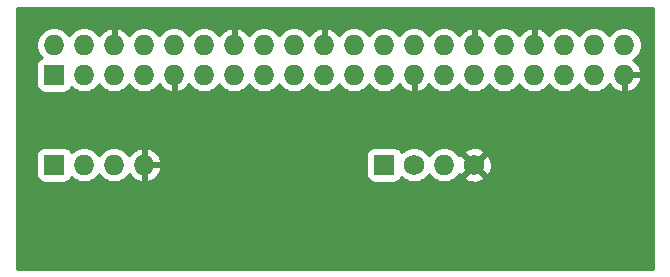
<source format=gbr>
%TF.GenerationSoftware,KiCad,Pcbnew,5.1.6+dfsg1-1~bpo10+1*%
%TF.CreationDate,2020-07-13T16:37:17+08:00*%
%TF.ProjectId,Pi-I2C,50692d49-3243-42e6-9b69-6361645f7063,rev?*%
%TF.SameCoordinates,Original*%
%TF.FileFunction,Copper,L2,Bot*%
%TF.FilePolarity,Positive*%
%FSLAX46Y46*%
G04 Gerber Fmt 4.6, Leading zero omitted, Abs format (unit mm)*
G04 Created by KiCad (PCBNEW 5.1.6+dfsg1-1~bpo10+1) date 2020-07-13 16:37:17*
%MOMM*%
%LPD*%
G01*
G04 APERTURE LIST*
%TA.AperFunction,ComponentPad*%
%ADD10R,1.727200X1.727200*%
%TD*%
%TA.AperFunction,ComponentPad*%
%ADD11C,1.727200*%
%TD*%
%TA.AperFunction,ComponentPad*%
%ADD12O,1.727200X1.727200*%
%TD*%
%TA.AperFunction,Conductor*%
%ADD13C,0.254000*%
%TD*%
G04 APERTURE END LIST*
D10*
%TO.P,P3,1*%
%TO.N,+5V*%
X179070000Y-85725000D03*
D11*
%TO.P,P3,2*%
%TO.N,/SDA1_5V*%
X181610000Y-85725000D03*
D12*
%TO.P,P3,3*%
%TO.N,/SCL1_5V*%
X184150000Y-85725000D03*
D11*
%TO.P,P3,4*%
%TO.N,GND*%
X186690000Y-85725000D03*
%TD*%
D12*
%TO.P,P1,2*%
%TO.N,+5V*%
X151130000Y-75565000D03*
D10*
%TO.P,P1,1*%
%TO.N,+3V3*%
X151130000Y-78105000D03*
D12*
%TO.P,P1,4*%
%TO.N,+5V*%
X153670000Y-75565000D03*
%TO.P,P1,3*%
%TO.N,/SDA1*%
X153670000Y-78105000D03*
%TO.P,P1,6*%
%TO.N,GND*%
X156210000Y-75565000D03*
%TO.P,P1,5*%
%TO.N,/SCL1*%
X156210000Y-78105000D03*
%TO.P,P1,8*%
%TO.N,Net-(P1-Pad8)*%
X158750000Y-75565000D03*
%TO.P,P1,7*%
%TO.N,Net-(P1-Pad7)*%
X158750000Y-78105000D03*
%TO.P,P1,10*%
%TO.N,Net-(P1-Pad10)*%
X161290000Y-75565000D03*
%TO.P,P1,9*%
%TO.N,GND*%
X161290000Y-78105000D03*
%TO.P,P1,12*%
%TO.N,Net-(P1-Pad12)*%
X163830000Y-75565000D03*
%TO.P,P1,11*%
%TO.N,Net-(P1-Pad11)*%
X163830000Y-78105000D03*
%TO.P,P1,14*%
%TO.N,GND*%
X166370000Y-75565000D03*
%TO.P,P1,13*%
%TO.N,Net-(P1-Pad13)*%
X166370000Y-78105000D03*
%TO.P,P1,16*%
%TO.N,Net-(P1-Pad16)*%
X168910000Y-75565000D03*
%TO.P,P1,15*%
%TO.N,Net-(P1-Pad15)*%
X168910000Y-78105000D03*
%TO.P,P1,18*%
%TO.N,Net-(P1-Pad18)*%
X171450000Y-75565000D03*
%TO.P,P1,17*%
%TO.N,+3V3*%
X171450000Y-78105000D03*
%TO.P,P1,20*%
%TO.N,GND*%
X173990000Y-75565000D03*
%TO.P,P1,19*%
%TO.N,Net-(P1-Pad19)*%
X173990000Y-78105000D03*
%TO.P,P1,22*%
%TO.N,Net-(P1-Pad22)*%
X176530000Y-75565000D03*
%TO.P,P1,21*%
%TO.N,Net-(P1-Pad21)*%
X176530000Y-78105000D03*
%TO.P,P1,24*%
%TO.N,Net-(P1-Pad24)*%
X179070000Y-75565000D03*
%TO.P,P1,23*%
%TO.N,Net-(P1-Pad23)*%
X179070000Y-78105000D03*
%TO.P,P1,26*%
%TO.N,Net-(P1-Pad26)*%
X181610000Y-75565000D03*
%TO.P,P1,25*%
%TO.N,GND*%
X181610000Y-78105000D03*
%TO.P,P1,28*%
%TO.N,Net-(P1-Pad28)*%
X184150000Y-75565000D03*
%TO.P,P1,27*%
%TO.N,Net-(P1-Pad27)*%
X184150000Y-78105000D03*
%TO.P,P1,30*%
%TO.N,GND*%
X186690000Y-75565000D03*
%TO.P,P1,29*%
%TO.N,Net-(P1-Pad29)*%
X186690000Y-78105000D03*
%TO.P,P1,32*%
%TO.N,Net-(P1-Pad32)*%
X189230000Y-75565000D03*
%TO.P,P1,31*%
%TO.N,Net-(P1-Pad31)*%
X189230000Y-78105000D03*
%TO.P,P1,34*%
%TO.N,GND*%
X191770000Y-75565000D03*
%TO.P,P1,33*%
%TO.N,Net-(P1-Pad33)*%
X191770000Y-78105000D03*
%TO.P,P1,36*%
%TO.N,Net-(P1-Pad36)*%
X194310000Y-75565000D03*
%TO.P,P1,35*%
%TO.N,Net-(P1-Pad35)*%
X194310000Y-78105000D03*
%TO.P,P1,38*%
%TO.N,Net-(P1-Pad38)*%
X196850000Y-75565000D03*
%TO.P,P1,37*%
%TO.N,Net-(P1-Pad37)*%
X196850000Y-78105000D03*
%TO.P,P1,40*%
%TO.N,Net-(P1-Pad40)*%
X199390000Y-75565000D03*
%TO.P,P1,39*%
%TO.N,GND*%
X199390000Y-78105000D03*
%TD*%
D10*
%TO.P,P2,1*%
%TO.N,+3V3*%
X151130000Y-85725000D03*
D12*
%TO.P,P2,2*%
%TO.N,/SDA1*%
X153670000Y-85725000D03*
%TO.P,P2,3*%
%TO.N,/SCL1*%
X156210000Y-85725000D03*
%TO.P,P2,4*%
%TO.N,GND*%
X158750000Y-85725000D03*
%TD*%
D13*
%TO.N,GND*%
G36*
X201855001Y-94540000D02*
G01*
X148030000Y-94540000D01*
X148030000Y-84861400D01*
X149628328Y-84861400D01*
X149628328Y-86588600D01*
X149640588Y-86713082D01*
X149676898Y-86832780D01*
X149735863Y-86943094D01*
X149815215Y-87039785D01*
X149911906Y-87119137D01*
X150022220Y-87178102D01*
X150141918Y-87214412D01*
X150266400Y-87226672D01*
X151993600Y-87226672D01*
X152118082Y-87214412D01*
X152237780Y-87178102D01*
X152348094Y-87119137D01*
X152444785Y-87039785D01*
X152524137Y-86943094D01*
X152583102Y-86832780D01*
X152600636Y-86774977D01*
X152714698Y-86889039D01*
X152960147Y-87053042D01*
X153232875Y-87166010D01*
X153522401Y-87223600D01*
X153817599Y-87223600D01*
X154107125Y-87166010D01*
X154379853Y-87053042D01*
X154625302Y-86889039D01*
X154834039Y-86680302D01*
X154940000Y-86521719D01*
X155045961Y-86680302D01*
X155254698Y-86889039D01*
X155500147Y-87053042D01*
X155772875Y-87166010D01*
X156062401Y-87223600D01*
X156357599Y-87223600D01*
X156647125Y-87166010D01*
X156919853Y-87053042D01*
X157165302Y-86889039D01*
X157374039Y-86680302D01*
X157484559Y-86514897D01*
X157543183Y-86613488D01*
X157739707Y-86831854D01*
X157975056Y-87007684D01*
X158240186Y-87134222D01*
X158390974Y-87179958D01*
X158623000Y-87058817D01*
X158623000Y-85852000D01*
X158877000Y-85852000D01*
X158877000Y-87058817D01*
X159109026Y-87179958D01*
X159259814Y-87134222D01*
X159524944Y-87007684D01*
X159760293Y-86831854D01*
X159956817Y-86613488D01*
X160106964Y-86360978D01*
X160204963Y-86084027D01*
X160084464Y-85852000D01*
X158877000Y-85852000D01*
X158623000Y-85852000D01*
X158603000Y-85852000D01*
X158603000Y-85598000D01*
X158623000Y-85598000D01*
X158623000Y-84391183D01*
X158877000Y-84391183D01*
X158877000Y-85598000D01*
X160084464Y-85598000D01*
X160204963Y-85365973D01*
X160106964Y-85089022D01*
X159971616Y-84861400D01*
X177568328Y-84861400D01*
X177568328Y-86588600D01*
X177580588Y-86713082D01*
X177616898Y-86832780D01*
X177675863Y-86943094D01*
X177755215Y-87039785D01*
X177851906Y-87119137D01*
X177962220Y-87178102D01*
X178081918Y-87214412D01*
X178206400Y-87226672D01*
X179933600Y-87226672D01*
X180058082Y-87214412D01*
X180177780Y-87178102D01*
X180288094Y-87119137D01*
X180384785Y-87039785D01*
X180464137Y-86943094D01*
X180523102Y-86832780D01*
X180540636Y-86774977D01*
X180654698Y-86889039D01*
X180900147Y-87053042D01*
X181172875Y-87166010D01*
X181462401Y-87223600D01*
X181757599Y-87223600D01*
X182047125Y-87166010D01*
X182319853Y-87053042D01*
X182565302Y-86889039D01*
X182774039Y-86680302D01*
X182880000Y-86521719D01*
X182985961Y-86680302D01*
X183194698Y-86889039D01*
X183440147Y-87053042D01*
X183712875Y-87166010D01*
X184002401Y-87223600D01*
X184297599Y-87223600D01*
X184587125Y-87166010D01*
X184859853Y-87053042D01*
X185105302Y-86889039D01*
X185231237Y-86763104D01*
X185831501Y-86763104D01*
X185910782Y-87013567D01*
X186177141Y-87140826D01*
X186463210Y-87213675D01*
X186757993Y-87229315D01*
X187050164Y-87187145D01*
X187328493Y-87088786D01*
X187469218Y-87013567D01*
X187548499Y-86763104D01*
X186690000Y-85904605D01*
X185831501Y-86763104D01*
X185231237Y-86763104D01*
X185314039Y-86680302D01*
X185426411Y-86512125D01*
X185651896Y-86583499D01*
X186510395Y-85725000D01*
X186869605Y-85725000D01*
X187728104Y-86583499D01*
X187978567Y-86504218D01*
X188105826Y-86237859D01*
X188178675Y-85951790D01*
X188194315Y-85657007D01*
X188152145Y-85364836D01*
X188053786Y-85086507D01*
X187978567Y-84945782D01*
X187728104Y-84866501D01*
X186869605Y-85725000D01*
X186510395Y-85725000D01*
X185651896Y-84866501D01*
X185426411Y-84937875D01*
X185314039Y-84769698D01*
X185231237Y-84686896D01*
X185831501Y-84686896D01*
X186690000Y-85545395D01*
X187548499Y-84686896D01*
X187469218Y-84436433D01*
X187202859Y-84309174D01*
X186916790Y-84236325D01*
X186622007Y-84220685D01*
X186329836Y-84262855D01*
X186051507Y-84361214D01*
X185910782Y-84436433D01*
X185831501Y-84686896D01*
X185231237Y-84686896D01*
X185105302Y-84560961D01*
X184859853Y-84396958D01*
X184587125Y-84283990D01*
X184297599Y-84226400D01*
X184002401Y-84226400D01*
X183712875Y-84283990D01*
X183440147Y-84396958D01*
X183194698Y-84560961D01*
X182985961Y-84769698D01*
X182880000Y-84928281D01*
X182774039Y-84769698D01*
X182565302Y-84560961D01*
X182319853Y-84396958D01*
X182047125Y-84283990D01*
X181757599Y-84226400D01*
X181462401Y-84226400D01*
X181172875Y-84283990D01*
X180900147Y-84396958D01*
X180654698Y-84560961D01*
X180540636Y-84675023D01*
X180523102Y-84617220D01*
X180464137Y-84506906D01*
X180384785Y-84410215D01*
X180288094Y-84330863D01*
X180177780Y-84271898D01*
X180058082Y-84235588D01*
X179933600Y-84223328D01*
X178206400Y-84223328D01*
X178081918Y-84235588D01*
X177962220Y-84271898D01*
X177851906Y-84330863D01*
X177755215Y-84410215D01*
X177675863Y-84506906D01*
X177616898Y-84617220D01*
X177580588Y-84736918D01*
X177568328Y-84861400D01*
X159971616Y-84861400D01*
X159956817Y-84836512D01*
X159760293Y-84618146D01*
X159524944Y-84442316D01*
X159259814Y-84315778D01*
X159109026Y-84270042D01*
X158877000Y-84391183D01*
X158623000Y-84391183D01*
X158390974Y-84270042D01*
X158240186Y-84315778D01*
X157975056Y-84442316D01*
X157739707Y-84618146D01*
X157543183Y-84836512D01*
X157484559Y-84935103D01*
X157374039Y-84769698D01*
X157165302Y-84560961D01*
X156919853Y-84396958D01*
X156647125Y-84283990D01*
X156357599Y-84226400D01*
X156062401Y-84226400D01*
X155772875Y-84283990D01*
X155500147Y-84396958D01*
X155254698Y-84560961D01*
X155045961Y-84769698D01*
X154940000Y-84928281D01*
X154834039Y-84769698D01*
X154625302Y-84560961D01*
X154379853Y-84396958D01*
X154107125Y-84283990D01*
X153817599Y-84226400D01*
X153522401Y-84226400D01*
X153232875Y-84283990D01*
X152960147Y-84396958D01*
X152714698Y-84560961D01*
X152600636Y-84675023D01*
X152583102Y-84617220D01*
X152524137Y-84506906D01*
X152444785Y-84410215D01*
X152348094Y-84330863D01*
X152237780Y-84271898D01*
X152118082Y-84235588D01*
X151993600Y-84223328D01*
X150266400Y-84223328D01*
X150141918Y-84235588D01*
X150022220Y-84271898D01*
X149911906Y-84330863D01*
X149815215Y-84410215D01*
X149735863Y-84506906D01*
X149676898Y-84617220D01*
X149640588Y-84736918D01*
X149628328Y-84861400D01*
X148030000Y-84861400D01*
X148030000Y-77241400D01*
X149628328Y-77241400D01*
X149628328Y-78968600D01*
X149640588Y-79093082D01*
X149676898Y-79212780D01*
X149735863Y-79323094D01*
X149815215Y-79419785D01*
X149911906Y-79499137D01*
X150022220Y-79558102D01*
X150141918Y-79594412D01*
X150266400Y-79606672D01*
X151993600Y-79606672D01*
X152118082Y-79594412D01*
X152237780Y-79558102D01*
X152348094Y-79499137D01*
X152444785Y-79419785D01*
X152524137Y-79323094D01*
X152583102Y-79212780D01*
X152600636Y-79154977D01*
X152714698Y-79269039D01*
X152960147Y-79433042D01*
X153232875Y-79546010D01*
X153522401Y-79603600D01*
X153817599Y-79603600D01*
X154107125Y-79546010D01*
X154379853Y-79433042D01*
X154625302Y-79269039D01*
X154834039Y-79060302D01*
X154940000Y-78901719D01*
X155045961Y-79060302D01*
X155254698Y-79269039D01*
X155500147Y-79433042D01*
X155772875Y-79546010D01*
X156062401Y-79603600D01*
X156357599Y-79603600D01*
X156647125Y-79546010D01*
X156919853Y-79433042D01*
X157165302Y-79269039D01*
X157374039Y-79060302D01*
X157480000Y-78901719D01*
X157585961Y-79060302D01*
X157794698Y-79269039D01*
X158040147Y-79433042D01*
X158312875Y-79546010D01*
X158602401Y-79603600D01*
X158897599Y-79603600D01*
X159187125Y-79546010D01*
X159459853Y-79433042D01*
X159705302Y-79269039D01*
X159914039Y-79060302D01*
X160024559Y-78894897D01*
X160083183Y-78993488D01*
X160279707Y-79211854D01*
X160515056Y-79387684D01*
X160780186Y-79514222D01*
X160930974Y-79559958D01*
X161163000Y-79438817D01*
X161163000Y-78232000D01*
X161143000Y-78232000D01*
X161143000Y-77978000D01*
X161163000Y-77978000D01*
X161163000Y-77958000D01*
X161417000Y-77958000D01*
X161417000Y-77978000D01*
X161437000Y-77978000D01*
X161437000Y-78232000D01*
X161417000Y-78232000D01*
X161417000Y-79438817D01*
X161649026Y-79559958D01*
X161799814Y-79514222D01*
X162064944Y-79387684D01*
X162300293Y-79211854D01*
X162496817Y-78993488D01*
X162555441Y-78894897D01*
X162665961Y-79060302D01*
X162874698Y-79269039D01*
X163120147Y-79433042D01*
X163392875Y-79546010D01*
X163682401Y-79603600D01*
X163977599Y-79603600D01*
X164267125Y-79546010D01*
X164539853Y-79433042D01*
X164785302Y-79269039D01*
X164994039Y-79060302D01*
X165100000Y-78901719D01*
X165205961Y-79060302D01*
X165414698Y-79269039D01*
X165660147Y-79433042D01*
X165932875Y-79546010D01*
X166222401Y-79603600D01*
X166517599Y-79603600D01*
X166807125Y-79546010D01*
X167079853Y-79433042D01*
X167325302Y-79269039D01*
X167534039Y-79060302D01*
X167640000Y-78901719D01*
X167745961Y-79060302D01*
X167954698Y-79269039D01*
X168200147Y-79433042D01*
X168472875Y-79546010D01*
X168762401Y-79603600D01*
X169057599Y-79603600D01*
X169347125Y-79546010D01*
X169619853Y-79433042D01*
X169865302Y-79269039D01*
X170074039Y-79060302D01*
X170180000Y-78901719D01*
X170285961Y-79060302D01*
X170494698Y-79269039D01*
X170740147Y-79433042D01*
X171012875Y-79546010D01*
X171302401Y-79603600D01*
X171597599Y-79603600D01*
X171887125Y-79546010D01*
X172159853Y-79433042D01*
X172405302Y-79269039D01*
X172614039Y-79060302D01*
X172720000Y-78901719D01*
X172825961Y-79060302D01*
X173034698Y-79269039D01*
X173280147Y-79433042D01*
X173552875Y-79546010D01*
X173842401Y-79603600D01*
X174137599Y-79603600D01*
X174427125Y-79546010D01*
X174699853Y-79433042D01*
X174945302Y-79269039D01*
X175154039Y-79060302D01*
X175260000Y-78901719D01*
X175365961Y-79060302D01*
X175574698Y-79269039D01*
X175820147Y-79433042D01*
X176092875Y-79546010D01*
X176382401Y-79603600D01*
X176677599Y-79603600D01*
X176967125Y-79546010D01*
X177239853Y-79433042D01*
X177485302Y-79269039D01*
X177694039Y-79060302D01*
X177800000Y-78901719D01*
X177905961Y-79060302D01*
X178114698Y-79269039D01*
X178360147Y-79433042D01*
X178632875Y-79546010D01*
X178922401Y-79603600D01*
X179217599Y-79603600D01*
X179507125Y-79546010D01*
X179779853Y-79433042D01*
X180025302Y-79269039D01*
X180234039Y-79060302D01*
X180344559Y-78894897D01*
X180403183Y-78993488D01*
X180599707Y-79211854D01*
X180835056Y-79387684D01*
X181100186Y-79514222D01*
X181250974Y-79559958D01*
X181483000Y-79438817D01*
X181483000Y-78232000D01*
X181463000Y-78232000D01*
X181463000Y-77978000D01*
X181483000Y-77978000D01*
X181483000Y-77958000D01*
X181737000Y-77958000D01*
X181737000Y-77978000D01*
X181757000Y-77978000D01*
X181757000Y-78232000D01*
X181737000Y-78232000D01*
X181737000Y-79438817D01*
X181969026Y-79559958D01*
X182119814Y-79514222D01*
X182384944Y-79387684D01*
X182620293Y-79211854D01*
X182816817Y-78993488D01*
X182875441Y-78894897D01*
X182985961Y-79060302D01*
X183194698Y-79269039D01*
X183440147Y-79433042D01*
X183712875Y-79546010D01*
X184002401Y-79603600D01*
X184297599Y-79603600D01*
X184587125Y-79546010D01*
X184859853Y-79433042D01*
X185105302Y-79269039D01*
X185314039Y-79060302D01*
X185420000Y-78901719D01*
X185525961Y-79060302D01*
X185734698Y-79269039D01*
X185980147Y-79433042D01*
X186252875Y-79546010D01*
X186542401Y-79603600D01*
X186837599Y-79603600D01*
X187127125Y-79546010D01*
X187399853Y-79433042D01*
X187645302Y-79269039D01*
X187854039Y-79060302D01*
X187960000Y-78901719D01*
X188065961Y-79060302D01*
X188274698Y-79269039D01*
X188520147Y-79433042D01*
X188792875Y-79546010D01*
X189082401Y-79603600D01*
X189377599Y-79603600D01*
X189667125Y-79546010D01*
X189939853Y-79433042D01*
X190185302Y-79269039D01*
X190394039Y-79060302D01*
X190500000Y-78901719D01*
X190605961Y-79060302D01*
X190814698Y-79269039D01*
X191060147Y-79433042D01*
X191332875Y-79546010D01*
X191622401Y-79603600D01*
X191917599Y-79603600D01*
X192207125Y-79546010D01*
X192479853Y-79433042D01*
X192725302Y-79269039D01*
X192934039Y-79060302D01*
X193040000Y-78901719D01*
X193145961Y-79060302D01*
X193354698Y-79269039D01*
X193600147Y-79433042D01*
X193872875Y-79546010D01*
X194162401Y-79603600D01*
X194457599Y-79603600D01*
X194747125Y-79546010D01*
X195019853Y-79433042D01*
X195265302Y-79269039D01*
X195474039Y-79060302D01*
X195580000Y-78901719D01*
X195685961Y-79060302D01*
X195894698Y-79269039D01*
X196140147Y-79433042D01*
X196412875Y-79546010D01*
X196702401Y-79603600D01*
X196997599Y-79603600D01*
X197287125Y-79546010D01*
X197559853Y-79433042D01*
X197805302Y-79269039D01*
X198014039Y-79060302D01*
X198124559Y-78894897D01*
X198183183Y-78993488D01*
X198379707Y-79211854D01*
X198615056Y-79387684D01*
X198880186Y-79514222D01*
X199030974Y-79559958D01*
X199263000Y-79438817D01*
X199263000Y-78232000D01*
X199517000Y-78232000D01*
X199517000Y-79438817D01*
X199749026Y-79559958D01*
X199899814Y-79514222D01*
X200164944Y-79387684D01*
X200400293Y-79211854D01*
X200596817Y-78993488D01*
X200746964Y-78740978D01*
X200844963Y-78464027D01*
X200724464Y-78232000D01*
X199517000Y-78232000D01*
X199263000Y-78232000D01*
X199243000Y-78232000D01*
X199243000Y-77978000D01*
X199263000Y-77978000D01*
X199263000Y-77958000D01*
X199517000Y-77958000D01*
X199517000Y-77978000D01*
X200724464Y-77978000D01*
X200844963Y-77745973D01*
X200746964Y-77469022D01*
X200596817Y-77216512D01*
X200400293Y-76998146D01*
X200184187Y-76836692D01*
X200345302Y-76729039D01*
X200554039Y-76520302D01*
X200718042Y-76274853D01*
X200831010Y-76002125D01*
X200888600Y-75712599D01*
X200888600Y-75417401D01*
X200831010Y-75127875D01*
X200718042Y-74855147D01*
X200554039Y-74609698D01*
X200345302Y-74400961D01*
X200099853Y-74236958D01*
X199827125Y-74123990D01*
X199537599Y-74066400D01*
X199242401Y-74066400D01*
X198952875Y-74123990D01*
X198680147Y-74236958D01*
X198434698Y-74400961D01*
X198225961Y-74609698D01*
X198120000Y-74768281D01*
X198014039Y-74609698D01*
X197805302Y-74400961D01*
X197559853Y-74236958D01*
X197287125Y-74123990D01*
X196997599Y-74066400D01*
X196702401Y-74066400D01*
X196412875Y-74123990D01*
X196140147Y-74236958D01*
X195894698Y-74400961D01*
X195685961Y-74609698D01*
X195580000Y-74768281D01*
X195474039Y-74609698D01*
X195265302Y-74400961D01*
X195019853Y-74236958D01*
X194747125Y-74123990D01*
X194457599Y-74066400D01*
X194162401Y-74066400D01*
X193872875Y-74123990D01*
X193600147Y-74236958D01*
X193354698Y-74400961D01*
X193145961Y-74609698D01*
X193035441Y-74775103D01*
X192976817Y-74676512D01*
X192780293Y-74458146D01*
X192544944Y-74282316D01*
X192279814Y-74155778D01*
X192129026Y-74110042D01*
X191897000Y-74231183D01*
X191897000Y-75438000D01*
X191917000Y-75438000D01*
X191917000Y-75692000D01*
X191897000Y-75692000D01*
X191897000Y-75712000D01*
X191643000Y-75712000D01*
X191643000Y-75692000D01*
X191623000Y-75692000D01*
X191623000Y-75438000D01*
X191643000Y-75438000D01*
X191643000Y-74231183D01*
X191410974Y-74110042D01*
X191260186Y-74155778D01*
X190995056Y-74282316D01*
X190759707Y-74458146D01*
X190563183Y-74676512D01*
X190504559Y-74775103D01*
X190394039Y-74609698D01*
X190185302Y-74400961D01*
X189939853Y-74236958D01*
X189667125Y-74123990D01*
X189377599Y-74066400D01*
X189082401Y-74066400D01*
X188792875Y-74123990D01*
X188520147Y-74236958D01*
X188274698Y-74400961D01*
X188065961Y-74609698D01*
X187955441Y-74775103D01*
X187896817Y-74676512D01*
X187700293Y-74458146D01*
X187464944Y-74282316D01*
X187199814Y-74155778D01*
X187049026Y-74110042D01*
X186817000Y-74231183D01*
X186817000Y-75438000D01*
X186837000Y-75438000D01*
X186837000Y-75692000D01*
X186817000Y-75692000D01*
X186817000Y-75712000D01*
X186563000Y-75712000D01*
X186563000Y-75692000D01*
X186543000Y-75692000D01*
X186543000Y-75438000D01*
X186563000Y-75438000D01*
X186563000Y-74231183D01*
X186330974Y-74110042D01*
X186180186Y-74155778D01*
X185915056Y-74282316D01*
X185679707Y-74458146D01*
X185483183Y-74676512D01*
X185424559Y-74775103D01*
X185314039Y-74609698D01*
X185105302Y-74400961D01*
X184859853Y-74236958D01*
X184587125Y-74123990D01*
X184297599Y-74066400D01*
X184002401Y-74066400D01*
X183712875Y-74123990D01*
X183440147Y-74236958D01*
X183194698Y-74400961D01*
X182985961Y-74609698D01*
X182880000Y-74768281D01*
X182774039Y-74609698D01*
X182565302Y-74400961D01*
X182319853Y-74236958D01*
X182047125Y-74123990D01*
X181757599Y-74066400D01*
X181462401Y-74066400D01*
X181172875Y-74123990D01*
X180900147Y-74236958D01*
X180654698Y-74400961D01*
X180445961Y-74609698D01*
X180340000Y-74768281D01*
X180234039Y-74609698D01*
X180025302Y-74400961D01*
X179779853Y-74236958D01*
X179507125Y-74123990D01*
X179217599Y-74066400D01*
X178922401Y-74066400D01*
X178632875Y-74123990D01*
X178360147Y-74236958D01*
X178114698Y-74400961D01*
X177905961Y-74609698D01*
X177800000Y-74768281D01*
X177694039Y-74609698D01*
X177485302Y-74400961D01*
X177239853Y-74236958D01*
X176967125Y-74123990D01*
X176677599Y-74066400D01*
X176382401Y-74066400D01*
X176092875Y-74123990D01*
X175820147Y-74236958D01*
X175574698Y-74400961D01*
X175365961Y-74609698D01*
X175255441Y-74775103D01*
X175196817Y-74676512D01*
X175000293Y-74458146D01*
X174764944Y-74282316D01*
X174499814Y-74155778D01*
X174349026Y-74110042D01*
X174117000Y-74231183D01*
X174117000Y-75438000D01*
X174137000Y-75438000D01*
X174137000Y-75692000D01*
X174117000Y-75692000D01*
X174117000Y-75712000D01*
X173863000Y-75712000D01*
X173863000Y-75692000D01*
X173843000Y-75692000D01*
X173843000Y-75438000D01*
X173863000Y-75438000D01*
X173863000Y-74231183D01*
X173630974Y-74110042D01*
X173480186Y-74155778D01*
X173215056Y-74282316D01*
X172979707Y-74458146D01*
X172783183Y-74676512D01*
X172724559Y-74775103D01*
X172614039Y-74609698D01*
X172405302Y-74400961D01*
X172159853Y-74236958D01*
X171887125Y-74123990D01*
X171597599Y-74066400D01*
X171302401Y-74066400D01*
X171012875Y-74123990D01*
X170740147Y-74236958D01*
X170494698Y-74400961D01*
X170285961Y-74609698D01*
X170180000Y-74768281D01*
X170074039Y-74609698D01*
X169865302Y-74400961D01*
X169619853Y-74236958D01*
X169347125Y-74123990D01*
X169057599Y-74066400D01*
X168762401Y-74066400D01*
X168472875Y-74123990D01*
X168200147Y-74236958D01*
X167954698Y-74400961D01*
X167745961Y-74609698D01*
X167635441Y-74775103D01*
X167576817Y-74676512D01*
X167380293Y-74458146D01*
X167144944Y-74282316D01*
X166879814Y-74155778D01*
X166729026Y-74110042D01*
X166497000Y-74231183D01*
X166497000Y-75438000D01*
X166517000Y-75438000D01*
X166517000Y-75692000D01*
X166497000Y-75692000D01*
X166497000Y-75712000D01*
X166243000Y-75712000D01*
X166243000Y-75692000D01*
X166223000Y-75692000D01*
X166223000Y-75438000D01*
X166243000Y-75438000D01*
X166243000Y-74231183D01*
X166010974Y-74110042D01*
X165860186Y-74155778D01*
X165595056Y-74282316D01*
X165359707Y-74458146D01*
X165163183Y-74676512D01*
X165104559Y-74775103D01*
X164994039Y-74609698D01*
X164785302Y-74400961D01*
X164539853Y-74236958D01*
X164267125Y-74123990D01*
X163977599Y-74066400D01*
X163682401Y-74066400D01*
X163392875Y-74123990D01*
X163120147Y-74236958D01*
X162874698Y-74400961D01*
X162665961Y-74609698D01*
X162560000Y-74768281D01*
X162454039Y-74609698D01*
X162245302Y-74400961D01*
X161999853Y-74236958D01*
X161727125Y-74123990D01*
X161437599Y-74066400D01*
X161142401Y-74066400D01*
X160852875Y-74123990D01*
X160580147Y-74236958D01*
X160334698Y-74400961D01*
X160125961Y-74609698D01*
X160020000Y-74768281D01*
X159914039Y-74609698D01*
X159705302Y-74400961D01*
X159459853Y-74236958D01*
X159187125Y-74123990D01*
X158897599Y-74066400D01*
X158602401Y-74066400D01*
X158312875Y-74123990D01*
X158040147Y-74236958D01*
X157794698Y-74400961D01*
X157585961Y-74609698D01*
X157475441Y-74775103D01*
X157416817Y-74676512D01*
X157220293Y-74458146D01*
X156984944Y-74282316D01*
X156719814Y-74155778D01*
X156569026Y-74110042D01*
X156337000Y-74231183D01*
X156337000Y-75438000D01*
X156357000Y-75438000D01*
X156357000Y-75692000D01*
X156337000Y-75692000D01*
X156337000Y-75712000D01*
X156083000Y-75712000D01*
X156083000Y-75692000D01*
X156063000Y-75692000D01*
X156063000Y-75438000D01*
X156083000Y-75438000D01*
X156083000Y-74231183D01*
X155850974Y-74110042D01*
X155700186Y-74155778D01*
X155435056Y-74282316D01*
X155199707Y-74458146D01*
X155003183Y-74676512D01*
X154944559Y-74775103D01*
X154834039Y-74609698D01*
X154625302Y-74400961D01*
X154379853Y-74236958D01*
X154107125Y-74123990D01*
X153817599Y-74066400D01*
X153522401Y-74066400D01*
X153232875Y-74123990D01*
X152960147Y-74236958D01*
X152714698Y-74400961D01*
X152505961Y-74609698D01*
X152400000Y-74768281D01*
X152294039Y-74609698D01*
X152085302Y-74400961D01*
X151839853Y-74236958D01*
X151567125Y-74123990D01*
X151277599Y-74066400D01*
X150982401Y-74066400D01*
X150692875Y-74123990D01*
X150420147Y-74236958D01*
X150174698Y-74400961D01*
X149965961Y-74609698D01*
X149801958Y-74855147D01*
X149688990Y-75127875D01*
X149631400Y-75417401D01*
X149631400Y-75712599D01*
X149688990Y-76002125D01*
X149801958Y-76274853D01*
X149965961Y-76520302D01*
X150080023Y-76634364D01*
X150022220Y-76651898D01*
X149911906Y-76710863D01*
X149815215Y-76790215D01*
X149735863Y-76886906D01*
X149676898Y-76997220D01*
X149640588Y-77116918D01*
X149628328Y-77241400D01*
X148030000Y-77241400D01*
X148030000Y-72465000D01*
X201855000Y-72465000D01*
X201855001Y-94540000D01*
G37*
X201855001Y-94540000D02*
X148030000Y-94540000D01*
X148030000Y-84861400D01*
X149628328Y-84861400D01*
X149628328Y-86588600D01*
X149640588Y-86713082D01*
X149676898Y-86832780D01*
X149735863Y-86943094D01*
X149815215Y-87039785D01*
X149911906Y-87119137D01*
X150022220Y-87178102D01*
X150141918Y-87214412D01*
X150266400Y-87226672D01*
X151993600Y-87226672D01*
X152118082Y-87214412D01*
X152237780Y-87178102D01*
X152348094Y-87119137D01*
X152444785Y-87039785D01*
X152524137Y-86943094D01*
X152583102Y-86832780D01*
X152600636Y-86774977D01*
X152714698Y-86889039D01*
X152960147Y-87053042D01*
X153232875Y-87166010D01*
X153522401Y-87223600D01*
X153817599Y-87223600D01*
X154107125Y-87166010D01*
X154379853Y-87053042D01*
X154625302Y-86889039D01*
X154834039Y-86680302D01*
X154940000Y-86521719D01*
X155045961Y-86680302D01*
X155254698Y-86889039D01*
X155500147Y-87053042D01*
X155772875Y-87166010D01*
X156062401Y-87223600D01*
X156357599Y-87223600D01*
X156647125Y-87166010D01*
X156919853Y-87053042D01*
X157165302Y-86889039D01*
X157374039Y-86680302D01*
X157484559Y-86514897D01*
X157543183Y-86613488D01*
X157739707Y-86831854D01*
X157975056Y-87007684D01*
X158240186Y-87134222D01*
X158390974Y-87179958D01*
X158623000Y-87058817D01*
X158623000Y-85852000D01*
X158877000Y-85852000D01*
X158877000Y-87058817D01*
X159109026Y-87179958D01*
X159259814Y-87134222D01*
X159524944Y-87007684D01*
X159760293Y-86831854D01*
X159956817Y-86613488D01*
X160106964Y-86360978D01*
X160204963Y-86084027D01*
X160084464Y-85852000D01*
X158877000Y-85852000D01*
X158623000Y-85852000D01*
X158603000Y-85852000D01*
X158603000Y-85598000D01*
X158623000Y-85598000D01*
X158623000Y-84391183D01*
X158877000Y-84391183D01*
X158877000Y-85598000D01*
X160084464Y-85598000D01*
X160204963Y-85365973D01*
X160106964Y-85089022D01*
X159971616Y-84861400D01*
X177568328Y-84861400D01*
X177568328Y-86588600D01*
X177580588Y-86713082D01*
X177616898Y-86832780D01*
X177675863Y-86943094D01*
X177755215Y-87039785D01*
X177851906Y-87119137D01*
X177962220Y-87178102D01*
X178081918Y-87214412D01*
X178206400Y-87226672D01*
X179933600Y-87226672D01*
X180058082Y-87214412D01*
X180177780Y-87178102D01*
X180288094Y-87119137D01*
X180384785Y-87039785D01*
X180464137Y-86943094D01*
X180523102Y-86832780D01*
X180540636Y-86774977D01*
X180654698Y-86889039D01*
X180900147Y-87053042D01*
X181172875Y-87166010D01*
X181462401Y-87223600D01*
X181757599Y-87223600D01*
X182047125Y-87166010D01*
X182319853Y-87053042D01*
X182565302Y-86889039D01*
X182774039Y-86680302D01*
X182880000Y-86521719D01*
X182985961Y-86680302D01*
X183194698Y-86889039D01*
X183440147Y-87053042D01*
X183712875Y-87166010D01*
X184002401Y-87223600D01*
X184297599Y-87223600D01*
X184587125Y-87166010D01*
X184859853Y-87053042D01*
X185105302Y-86889039D01*
X185231237Y-86763104D01*
X185831501Y-86763104D01*
X185910782Y-87013567D01*
X186177141Y-87140826D01*
X186463210Y-87213675D01*
X186757993Y-87229315D01*
X187050164Y-87187145D01*
X187328493Y-87088786D01*
X187469218Y-87013567D01*
X187548499Y-86763104D01*
X186690000Y-85904605D01*
X185831501Y-86763104D01*
X185231237Y-86763104D01*
X185314039Y-86680302D01*
X185426411Y-86512125D01*
X185651896Y-86583499D01*
X186510395Y-85725000D01*
X186869605Y-85725000D01*
X187728104Y-86583499D01*
X187978567Y-86504218D01*
X188105826Y-86237859D01*
X188178675Y-85951790D01*
X188194315Y-85657007D01*
X188152145Y-85364836D01*
X188053786Y-85086507D01*
X187978567Y-84945782D01*
X187728104Y-84866501D01*
X186869605Y-85725000D01*
X186510395Y-85725000D01*
X185651896Y-84866501D01*
X185426411Y-84937875D01*
X185314039Y-84769698D01*
X185231237Y-84686896D01*
X185831501Y-84686896D01*
X186690000Y-85545395D01*
X187548499Y-84686896D01*
X187469218Y-84436433D01*
X187202859Y-84309174D01*
X186916790Y-84236325D01*
X186622007Y-84220685D01*
X186329836Y-84262855D01*
X186051507Y-84361214D01*
X185910782Y-84436433D01*
X185831501Y-84686896D01*
X185231237Y-84686896D01*
X185105302Y-84560961D01*
X184859853Y-84396958D01*
X184587125Y-84283990D01*
X184297599Y-84226400D01*
X184002401Y-84226400D01*
X183712875Y-84283990D01*
X183440147Y-84396958D01*
X183194698Y-84560961D01*
X182985961Y-84769698D01*
X182880000Y-84928281D01*
X182774039Y-84769698D01*
X182565302Y-84560961D01*
X182319853Y-84396958D01*
X182047125Y-84283990D01*
X181757599Y-84226400D01*
X181462401Y-84226400D01*
X181172875Y-84283990D01*
X180900147Y-84396958D01*
X180654698Y-84560961D01*
X180540636Y-84675023D01*
X180523102Y-84617220D01*
X180464137Y-84506906D01*
X180384785Y-84410215D01*
X180288094Y-84330863D01*
X180177780Y-84271898D01*
X180058082Y-84235588D01*
X179933600Y-84223328D01*
X178206400Y-84223328D01*
X178081918Y-84235588D01*
X177962220Y-84271898D01*
X177851906Y-84330863D01*
X177755215Y-84410215D01*
X177675863Y-84506906D01*
X177616898Y-84617220D01*
X177580588Y-84736918D01*
X177568328Y-84861400D01*
X159971616Y-84861400D01*
X159956817Y-84836512D01*
X159760293Y-84618146D01*
X159524944Y-84442316D01*
X159259814Y-84315778D01*
X159109026Y-84270042D01*
X158877000Y-84391183D01*
X158623000Y-84391183D01*
X158390974Y-84270042D01*
X158240186Y-84315778D01*
X157975056Y-84442316D01*
X157739707Y-84618146D01*
X157543183Y-84836512D01*
X157484559Y-84935103D01*
X157374039Y-84769698D01*
X157165302Y-84560961D01*
X156919853Y-84396958D01*
X156647125Y-84283990D01*
X156357599Y-84226400D01*
X156062401Y-84226400D01*
X155772875Y-84283990D01*
X155500147Y-84396958D01*
X155254698Y-84560961D01*
X155045961Y-84769698D01*
X154940000Y-84928281D01*
X154834039Y-84769698D01*
X154625302Y-84560961D01*
X154379853Y-84396958D01*
X154107125Y-84283990D01*
X153817599Y-84226400D01*
X153522401Y-84226400D01*
X153232875Y-84283990D01*
X152960147Y-84396958D01*
X152714698Y-84560961D01*
X152600636Y-84675023D01*
X152583102Y-84617220D01*
X152524137Y-84506906D01*
X152444785Y-84410215D01*
X152348094Y-84330863D01*
X152237780Y-84271898D01*
X152118082Y-84235588D01*
X151993600Y-84223328D01*
X150266400Y-84223328D01*
X150141918Y-84235588D01*
X150022220Y-84271898D01*
X149911906Y-84330863D01*
X149815215Y-84410215D01*
X149735863Y-84506906D01*
X149676898Y-84617220D01*
X149640588Y-84736918D01*
X149628328Y-84861400D01*
X148030000Y-84861400D01*
X148030000Y-77241400D01*
X149628328Y-77241400D01*
X149628328Y-78968600D01*
X149640588Y-79093082D01*
X149676898Y-79212780D01*
X149735863Y-79323094D01*
X149815215Y-79419785D01*
X149911906Y-79499137D01*
X150022220Y-79558102D01*
X150141918Y-79594412D01*
X150266400Y-79606672D01*
X151993600Y-79606672D01*
X152118082Y-79594412D01*
X152237780Y-79558102D01*
X152348094Y-79499137D01*
X152444785Y-79419785D01*
X152524137Y-79323094D01*
X152583102Y-79212780D01*
X152600636Y-79154977D01*
X152714698Y-79269039D01*
X152960147Y-79433042D01*
X153232875Y-79546010D01*
X153522401Y-79603600D01*
X153817599Y-79603600D01*
X154107125Y-79546010D01*
X154379853Y-79433042D01*
X154625302Y-79269039D01*
X154834039Y-79060302D01*
X154940000Y-78901719D01*
X155045961Y-79060302D01*
X155254698Y-79269039D01*
X155500147Y-79433042D01*
X155772875Y-79546010D01*
X156062401Y-79603600D01*
X156357599Y-79603600D01*
X156647125Y-79546010D01*
X156919853Y-79433042D01*
X157165302Y-79269039D01*
X157374039Y-79060302D01*
X157480000Y-78901719D01*
X157585961Y-79060302D01*
X157794698Y-79269039D01*
X158040147Y-79433042D01*
X158312875Y-79546010D01*
X158602401Y-79603600D01*
X158897599Y-79603600D01*
X159187125Y-79546010D01*
X159459853Y-79433042D01*
X159705302Y-79269039D01*
X159914039Y-79060302D01*
X160024559Y-78894897D01*
X160083183Y-78993488D01*
X160279707Y-79211854D01*
X160515056Y-79387684D01*
X160780186Y-79514222D01*
X160930974Y-79559958D01*
X161163000Y-79438817D01*
X161163000Y-78232000D01*
X161143000Y-78232000D01*
X161143000Y-77978000D01*
X161163000Y-77978000D01*
X161163000Y-77958000D01*
X161417000Y-77958000D01*
X161417000Y-77978000D01*
X161437000Y-77978000D01*
X161437000Y-78232000D01*
X161417000Y-78232000D01*
X161417000Y-79438817D01*
X161649026Y-79559958D01*
X161799814Y-79514222D01*
X162064944Y-79387684D01*
X162300293Y-79211854D01*
X162496817Y-78993488D01*
X162555441Y-78894897D01*
X162665961Y-79060302D01*
X162874698Y-79269039D01*
X163120147Y-79433042D01*
X163392875Y-79546010D01*
X163682401Y-79603600D01*
X163977599Y-79603600D01*
X164267125Y-79546010D01*
X164539853Y-79433042D01*
X164785302Y-79269039D01*
X164994039Y-79060302D01*
X165100000Y-78901719D01*
X165205961Y-79060302D01*
X165414698Y-79269039D01*
X165660147Y-79433042D01*
X165932875Y-79546010D01*
X166222401Y-79603600D01*
X166517599Y-79603600D01*
X166807125Y-79546010D01*
X167079853Y-79433042D01*
X167325302Y-79269039D01*
X167534039Y-79060302D01*
X167640000Y-78901719D01*
X167745961Y-79060302D01*
X167954698Y-79269039D01*
X168200147Y-79433042D01*
X168472875Y-79546010D01*
X168762401Y-79603600D01*
X169057599Y-79603600D01*
X169347125Y-79546010D01*
X169619853Y-79433042D01*
X169865302Y-79269039D01*
X170074039Y-79060302D01*
X170180000Y-78901719D01*
X170285961Y-79060302D01*
X170494698Y-79269039D01*
X170740147Y-79433042D01*
X171012875Y-79546010D01*
X171302401Y-79603600D01*
X171597599Y-79603600D01*
X171887125Y-79546010D01*
X172159853Y-79433042D01*
X172405302Y-79269039D01*
X172614039Y-79060302D01*
X172720000Y-78901719D01*
X172825961Y-79060302D01*
X173034698Y-79269039D01*
X173280147Y-79433042D01*
X173552875Y-79546010D01*
X173842401Y-79603600D01*
X174137599Y-79603600D01*
X174427125Y-79546010D01*
X174699853Y-79433042D01*
X174945302Y-79269039D01*
X175154039Y-79060302D01*
X175260000Y-78901719D01*
X175365961Y-79060302D01*
X175574698Y-79269039D01*
X175820147Y-79433042D01*
X176092875Y-79546010D01*
X176382401Y-79603600D01*
X176677599Y-79603600D01*
X176967125Y-79546010D01*
X177239853Y-79433042D01*
X177485302Y-79269039D01*
X177694039Y-79060302D01*
X177800000Y-78901719D01*
X177905961Y-79060302D01*
X178114698Y-79269039D01*
X178360147Y-79433042D01*
X178632875Y-79546010D01*
X178922401Y-79603600D01*
X179217599Y-79603600D01*
X179507125Y-79546010D01*
X179779853Y-79433042D01*
X180025302Y-79269039D01*
X180234039Y-79060302D01*
X180344559Y-78894897D01*
X180403183Y-78993488D01*
X180599707Y-79211854D01*
X180835056Y-79387684D01*
X181100186Y-79514222D01*
X181250974Y-79559958D01*
X181483000Y-79438817D01*
X181483000Y-78232000D01*
X181463000Y-78232000D01*
X181463000Y-77978000D01*
X181483000Y-77978000D01*
X181483000Y-77958000D01*
X181737000Y-77958000D01*
X181737000Y-77978000D01*
X181757000Y-77978000D01*
X181757000Y-78232000D01*
X181737000Y-78232000D01*
X181737000Y-79438817D01*
X181969026Y-79559958D01*
X182119814Y-79514222D01*
X182384944Y-79387684D01*
X182620293Y-79211854D01*
X182816817Y-78993488D01*
X182875441Y-78894897D01*
X182985961Y-79060302D01*
X183194698Y-79269039D01*
X183440147Y-79433042D01*
X183712875Y-79546010D01*
X184002401Y-79603600D01*
X184297599Y-79603600D01*
X184587125Y-79546010D01*
X184859853Y-79433042D01*
X185105302Y-79269039D01*
X185314039Y-79060302D01*
X185420000Y-78901719D01*
X185525961Y-79060302D01*
X185734698Y-79269039D01*
X185980147Y-79433042D01*
X186252875Y-79546010D01*
X186542401Y-79603600D01*
X186837599Y-79603600D01*
X187127125Y-79546010D01*
X187399853Y-79433042D01*
X187645302Y-79269039D01*
X187854039Y-79060302D01*
X187960000Y-78901719D01*
X188065961Y-79060302D01*
X188274698Y-79269039D01*
X188520147Y-79433042D01*
X188792875Y-79546010D01*
X189082401Y-79603600D01*
X189377599Y-79603600D01*
X189667125Y-79546010D01*
X189939853Y-79433042D01*
X190185302Y-79269039D01*
X190394039Y-79060302D01*
X190500000Y-78901719D01*
X190605961Y-79060302D01*
X190814698Y-79269039D01*
X191060147Y-79433042D01*
X191332875Y-79546010D01*
X191622401Y-79603600D01*
X191917599Y-79603600D01*
X192207125Y-79546010D01*
X192479853Y-79433042D01*
X192725302Y-79269039D01*
X192934039Y-79060302D01*
X193040000Y-78901719D01*
X193145961Y-79060302D01*
X193354698Y-79269039D01*
X193600147Y-79433042D01*
X193872875Y-79546010D01*
X194162401Y-79603600D01*
X194457599Y-79603600D01*
X194747125Y-79546010D01*
X195019853Y-79433042D01*
X195265302Y-79269039D01*
X195474039Y-79060302D01*
X195580000Y-78901719D01*
X195685961Y-79060302D01*
X195894698Y-79269039D01*
X196140147Y-79433042D01*
X196412875Y-79546010D01*
X196702401Y-79603600D01*
X196997599Y-79603600D01*
X197287125Y-79546010D01*
X197559853Y-79433042D01*
X197805302Y-79269039D01*
X198014039Y-79060302D01*
X198124559Y-78894897D01*
X198183183Y-78993488D01*
X198379707Y-79211854D01*
X198615056Y-79387684D01*
X198880186Y-79514222D01*
X199030974Y-79559958D01*
X199263000Y-79438817D01*
X199263000Y-78232000D01*
X199517000Y-78232000D01*
X199517000Y-79438817D01*
X199749026Y-79559958D01*
X199899814Y-79514222D01*
X200164944Y-79387684D01*
X200400293Y-79211854D01*
X200596817Y-78993488D01*
X200746964Y-78740978D01*
X200844963Y-78464027D01*
X200724464Y-78232000D01*
X199517000Y-78232000D01*
X199263000Y-78232000D01*
X199243000Y-78232000D01*
X199243000Y-77978000D01*
X199263000Y-77978000D01*
X199263000Y-77958000D01*
X199517000Y-77958000D01*
X199517000Y-77978000D01*
X200724464Y-77978000D01*
X200844963Y-77745973D01*
X200746964Y-77469022D01*
X200596817Y-77216512D01*
X200400293Y-76998146D01*
X200184187Y-76836692D01*
X200345302Y-76729039D01*
X200554039Y-76520302D01*
X200718042Y-76274853D01*
X200831010Y-76002125D01*
X200888600Y-75712599D01*
X200888600Y-75417401D01*
X200831010Y-75127875D01*
X200718042Y-74855147D01*
X200554039Y-74609698D01*
X200345302Y-74400961D01*
X200099853Y-74236958D01*
X199827125Y-74123990D01*
X199537599Y-74066400D01*
X199242401Y-74066400D01*
X198952875Y-74123990D01*
X198680147Y-74236958D01*
X198434698Y-74400961D01*
X198225961Y-74609698D01*
X198120000Y-74768281D01*
X198014039Y-74609698D01*
X197805302Y-74400961D01*
X197559853Y-74236958D01*
X197287125Y-74123990D01*
X196997599Y-74066400D01*
X196702401Y-74066400D01*
X196412875Y-74123990D01*
X196140147Y-74236958D01*
X195894698Y-74400961D01*
X195685961Y-74609698D01*
X195580000Y-74768281D01*
X195474039Y-74609698D01*
X195265302Y-74400961D01*
X195019853Y-74236958D01*
X194747125Y-74123990D01*
X194457599Y-74066400D01*
X194162401Y-74066400D01*
X193872875Y-74123990D01*
X193600147Y-74236958D01*
X193354698Y-74400961D01*
X193145961Y-74609698D01*
X193035441Y-74775103D01*
X192976817Y-74676512D01*
X192780293Y-74458146D01*
X192544944Y-74282316D01*
X192279814Y-74155778D01*
X192129026Y-74110042D01*
X191897000Y-74231183D01*
X191897000Y-75438000D01*
X191917000Y-75438000D01*
X191917000Y-75692000D01*
X191897000Y-75692000D01*
X191897000Y-75712000D01*
X191643000Y-75712000D01*
X191643000Y-75692000D01*
X191623000Y-75692000D01*
X191623000Y-75438000D01*
X191643000Y-75438000D01*
X191643000Y-74231183D01*
X191410974Y-74110042D01*
X191260186Y-74155778D01*
X190995056Y-74282316D01*
X190759707Y-74458146D01*
X190563183Y-74676512D01*
X190504559Y-74775103D01*
X190394039Y-74609698D01*
X190185302Y-74400961D01*
X189939853Y-74236958D01*
X189667125Y-74123990D01*
X189377599Y-74066400D01*
X189082401Y-74066400D01*
X188792875Y-74123990D01*
X188520147Y-74236958D01*
X188274698Y-74400961D01*
X188065961Y-74609698D01*
X187955441Y-74775103D01*
X187896817Y-74676512D01*
X187700293Y-74458146D01*
X187464944Y-74282316D01*
X187199814Y-74155778D01*
X187049026Y-74110042D01*
X186817000Y-74231183D01*
X186817000Y-75438000D01*
X186837000Y-75438000D01*
X186837000Y-75692000D01*
X186817000Y-75692000D01*
X186817000Y-75712000D01*
X186563000Y-75712000D01*
X186563000Y-75692000D01*
X186543000Y-75692000D01*
X186543000Y-75438000D01*
X186563000Y-75438000D01*
X186563000Y-74231183D01*
X186330974Y-74110042D01*
X186180186Y-74155778D01*
X185915056Y-74282316D01*
X185679707Y-74458146D01*
X185483183Y-74676512D01*
X185424559Y-74775103D01*
X185314039Y-74609698D01*
X185105302Y-74400961D01*
X184859853Y-74236958D01*
X184587125Y-74123990D01*
X184297599Y-74066400D01*
X184002401Y-74066400D01*
X183712875Y-74123990D01*
X183440147Y-74236958D01*
X183194698Y-74400961D01*
X182985961Y-74609698D01*
X182880000Y-74768281D01*
X182774039Y-74609698D01*
X182565302Y-74400961D01*
X182319853Y-74236958D01*
X182047125Y-74123990D01*
X181757599Y-74066400D01*
X181462401Y-74066400D01*
X181172875Y-74123990D01*
X180900147Y-74236958D01*
X180654698Y-74400961D01*
X180445961Y-74609698D01*
X180340000Y-74768281D01*
X180234039Y-74609698D01*
X180025302Y-74400961D01*
X179779853Y-74236958D01*
X179507125Y-74123990D01*
X179217599Y-74066400D01*
X178922401Y-74066400D01*
X178632875Y-74123990D01*
X178360147Y-74236958D01*
X178114698Y-74400961D01*
X177905961Y-74609698D01*
X177800000Y-74768281D01*
X177694039Y-74609698D01*
X177485302Y-74400961D01*
X177239853Y-74236958D01*
X176967125Y-74123990D01*
X176677599Y-74066400D01*
X176382401Y-74066400D01*
X176092875Y-74123990D01*
X175820147Y-74236958D01*
X175574698Y-74400961D01*
X175365961Y-74609698D01*
X175255441Y-74775103D01*
X175196817Y-74676512D01*
X175000293Y-74458146D01*
X174764944Y-74282316D01*
X174499814Y-74155778D01*
X174349026Y-74110042D01*
X174117000Y-74231183D01*
X174117000Y-75438000D01*
X174137000Y-75438000D01*
X174137000Y-75692000D01*
X174117000Y-75692000D01*
X174117000Y-75712000D01*
X173863000Y-75712000D01*
X173863000Y-75692000D01*
X173843000Y-75692000D01*
X173843000Y-75438000D01*
X173863000Y-75438000D01*
X173863000Y-74231183D01*
X173630974Y-74110042D01*
X173480186Y-74155778D01*
X173215056Y-74282316D01*
X172979707Y-74458146D01*
X172783183Y-74676512D01*
X172724559Y-74775103D01*
X172614039Y-74609698D01*
X172405302Y-74400961D01*
X172159853Y-74236958D01*
X171887125Y-74123990D01*
X171597599Y-74066400D01*
X171302401Y-74066400D01*
X171012875Y-74123990D01*
X170740147Y-74236958D01*
X170494698Y-74400961D01*
X170285961Y-74609698D01*
X170180000Y-74768281D01*
X170074039Y-74609698D01*
X169865302Y-74400961D01*
X169619853Y-74236958D01*
X169347125Y-74123990D01*
X169057599Y-74066400D01*
X168762401Y-74066400D01*
X168472875Y-74123990D01*
X168200147Y-74236958D01*
X167954698Y-74400961D01*
X167745961Y-74609698D01*
X167635441Y-74775103D01*
X167576817Y-74676512D01*
X167380293Y-74458146D01*
X167144944Y-74282316D01*
X166879814Y-74155778D01*
X166729026Y-74110042D01*
X166497000Y-74231183D01*
X166497000Y-75438000D01*
X166517000Y-75438000D01*
X166517000Y-75692000D01*
X166497000Y-75692000D01*
X166497000Y-75712000D01*
X166243000Y-75712000D01*
X166243000Y-75692000D01*
X166223000Y-75692000D01*
X166223000Y-75438000D01*
X166243000Y-75438000D01*
X166243000Y-74231183D01*
X166010974Y-74110042D01*
X165860186Y-74155778D01*
X165595056Y-74282316D01*
X165359707Y-74458146D01*
X165163183Y-74676512D01*
X165104559Y-74775103D01*
X164994039Y-74609698D01*
X164785302Y-74400961D01*
X164539853Y-74236958D01*
X164267125Y-74123990D01*
X163977599Y-74066400D01*
X163682401Y-74066400D01*
X163392875Y-74123990D01*
X163120147Y-74236958D01*
X162874698Y-74400961D01*
X162665961Y-74609698D01*
X162560000Y-74768281D01*
X162454039Y-74609698D01*
X162245302Y-74400961D01*
X161999853Y-74236958D01*
X161727125Y-74123990D01*
X161437599Y-74066400D01*
X161142401Y-74066400D01*
X160852875Y-74123990D01*
X160580147Y-74236958D01*
X160334698Y-74400961D01*
X160125961Y-74609698D01*
X160020000Y-74768281D01*
X159914039Y-74609698D01*
X159705302Y-74400961D01*
X159459853Y-74236958D01*
X159187125Y-74123990D01*
X158897599Y-74066400D01*
X158602401Y-74066400D01*
X158312875Y-74123990D01*
X158040147Y-74236958D01*
X157794698Y-74400961D01*
X157585961Y-74609698D01*
X157475441Y-74775103D01*
X157416817Y-74676512D01*
X157220293Y-74458146D01*
X156984944Y-74282316D01*
X156719814Y-74155778D01*
X156569026Y-74110042D01*
X156337000Y-74231183D01*
X156337000Y-75438000D01*
X156357000Y-75438000D01*
X156357000Y-75692000D01*
X156337000Y-75692000D01*
X156337000Y-75712000D01*
X156083000Y-75712000D01*
X156083000Y-75692000D01*
X156063000Y-75692000D01*
X156063000Y-75438000D01*
X156083000Y-75438000D01*
X156083000Y-74231183D01*
X155850974Y-74110042D01*
X155700186Y-74155778D01*
X155435056Y-74282316D01*
X155199707Y-74458146D01*
X155003183Y-74676512D01*
X154944559Y-74775103D01*
X154834039Y-74609698D01*
X154625302Y-74400961D01*
X154379853Y-74236958D01*
X154107125Y-74123990D01*
X153817599Y-74066400D01*
X153522401Y-74066400D01*
X153232875Y-74123990D01*
X152960147Y-74236958D01*
X152714698Y-74400961D01*
X152505961Y-74609698D01*
X152400000Y-74768281D01*
X152294039Y-74609698D01*
X152085302Y-74400961D01*
X151839853Y-74236958D01*
X151567125Y-74123990D01*
X151277599Y-74066400D01*
X150982401Y-74066400D01*
X150692875Y-74123990D01*
X150420147Y-74236958D01*
X150174698Y-74400961D01*
X149965961Y-74609698D01*
X149801958Y-74855147D01*
X149688990Y-75127875D01*
X149631400Y-75417401D01*
X149631400Y-75712599D01*
X149688990Y-76002125D01*
X149801958Y-76274853D01*
X149965961Y-76520302D01*
X150080023Y-76634364D01*
X150022220Y-76651898D01*
X149911906Y-76710863D01*
X149815215Y-76790215D01*
X149735863Y-76886906D01*
X149676898Y-76997220D01*
X149640588Y-77116918D01*
X149628328Y-77241400D01*
X148030000Y-77241400D01*
X148030000Y-72465000D01*
X201855000Y-72465000D01*
X201855001Y-94540000D01*
%TD*%
M02*

</source>
